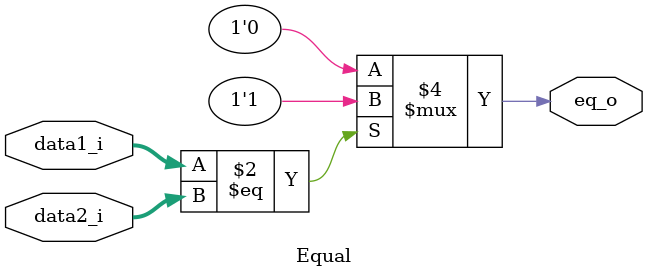
<source format=v>
module Equal
(
	data1_i,
	data2_i,
	eq_o
);

input [31:0] data1_i, data2_i;
output eq_o;
reg eq_o;

always@(*) begin
	if(data1_i == data2_i) begin
		eq_o = 1'b1;
	end
	else begin
		eq_o = 1'b0;
	end
end

endmodule

</source>
